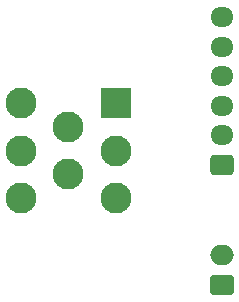
<source format=gbr>
%TF.GenerationSoftware,KiCad,Pcbnew,(6.0.1)*%
%TF.CreationDate,2022-02-14T12:02:22-05:00*%
%TF.ProjectId,Emrax_Breakout,456d7261-785f-4427-9265-616b6f75742e,rev?*%
%TF.SameCoordinates,Original*%
%TF.FileFunction,Copper,L2,Bot*%
%TF.FilePolarity,Positive*%
%FSLAX46Y46*%
G04 Gerber Fmt 4.6, Leading zero omitted, Abs format (unit mm)*
G04 Created by KiCad (PCBNEW (6.0.1)) date 2022-02-14 12:02:22*
%MOMM*%
%LPD*%
G01*
G04 APERTURE LIST*
G04 Aperture macros list*
%AMRoundRect*
0 Rectangle with rounded corners*
0 $1 Rounding radius*
0 $2 $3 $4 $5 $6 $7 $8 $9 X,Y pos of 4 corners*
0 Add a 4 corners polygon primitive as box body*
4,1,4,$2,$3,$4,$5,$6,$7,$8,$9,$2,$3,0*
0 Add four circle primitives for the rounded corners*
1,1,$1+$1,$2,$3*
1,1,$1+$1,$4,$5*
1,1,$1+$1,$6,$7*
1,1,$1+$1,$8,$9*
0 Add four rect primitives between the rounded corners*
20,1,$1+$1,$2,$3,$4,$5,0*
20,1,$1+$1,$4,$5,$6,$7,0*
20,1,$1+$1,$6,$7,$8,$9,0*
20,1,$1+$1,$8,$9,$2,$3,0*%
G04 Aperture macros list end*
%TA.AperFunction,ComponentPad*%
%ADD10RoundRect,0.250000X0.750000X-0.600000X0.750000X0.600000X-0.750000X0.600000X-0.750000X-0.600000X0*%
%TD*%
%TA.AperFunction,ComponentPad*%
%ADD11O,2.000000X1.700000*%
%TD*%
%TA.AperFunction,ComponentPad*%
%ADD12RoundRect,0.250000X0.725000X-0.600000X0.725000X0.600000X-0.725000X0.600000X-0.725000X-0.600000X0*%
%TD*%
%TA.AperFunction,ComponentPad*%
%ADD13O,1.950000X1.700000*%
%TD*%
%TA.AperFunction,ComponentPad*%
%ADD14R,2.625000X2.625000*%
%TD*%
%TA.AperFunction,ComponentPad*%
%ADD15C,2.625000*%
%TD*%
G04 APERTURE END LIST*
D10*
%TO.P,J3,1,Pin_1*%
%TO.N,/TEMP-*%
X144499600Y-80390000D03*
D11*
%TO.P,J3,2,Pin_2*%
%TO.N,/TEMP+*%
X144499600Y-77890000D03*
%TD*%
D12*
%TO.P,J2,1,Pin_1*%
%TO.N,/SIN+*%
X144499600Y-70230000D03*
D13*
%TO.P,J2,2,Pin_2*%
%TO.N,/SIN-*%
X144499600Y-67730000D03*
%TO.P,J2,3,Pin_3*%
%TO.N,/COS+*%
X144499600Y-65230000D03*
%TO.P,J2,4,Pin_4*%
%TO.N,/COS-*%
X144499600Y-62730000D03*
%TO.P,J2,5,Pin_5*%
%TO.N,/EXT+*%
X144499600Y-60230000D03*
%TO.P,J2,6,Pin_6*%
%TO.N,/EXT-*%
X144499600Y-57730000D03*
%TD*%
D14*
%TO.P,J1,1,Pin_1*%
%TO.N,/EXT+*%
X135508000Y-65024000D03*
D15*
%TO.P,J1,2,Pin_2*%
%TO.N,/COS+*%
X135508000Y-69024000D03*
%TO.P,J1,3,Pin_3*%
%TO.N,/SIN+*%
X135508000Y-73024000D03*
%TO.P,J1,4,Pin_4*%
%TO.N,/COS-*%
X131508000Y-67024000D03*
%TO.P,J1,5,Pin_5*%
%TO.N,/SIN-*%
X131508000Y-71024000D03*
%TO.P,J1,6,Pin_6*%
%TO.N,/EXT-*%
X127508000Y-65024000D03*
%TO.P,J1,7,Pin_7*%
%TO.N,+5V*%
X127508000Y-69024000D03*
%TO.P,J1,8,Pin_8*%
%TO.N,/TEMP-*%
X127508000Y-73024000D03*
%TD*%
M02*

</source>
